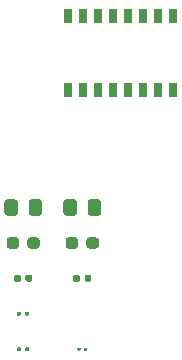
<source format=gbr>
G04 #@! TF.GenerationSoftware,KiCad,Pcbnew,5.1.9*
G04 #@! TF.CreationDate,2021-04-20T19:19:39+02:00*
G04 #@! TF.ProjectId,nibble++,6e696262-6c65-42b2-9b2e-6b696361645f,rev?*
G04 #@! TF.SameCoordinates,Original*
G04 #@! TF.FileFunction,Paste,Top*
G04 #@! TF.FilePolarity,Positive*
%FSLAX46Y46*%
G04 Gerber Fmt 4.6, Leading zero omitted, Abs format (unit mm)*
G04 Created by KiCad (PCBNEW 5.1.9) date 2021-04-20 19:19:39*
%MOMM*%
%LPD*%
G01*
G04 APERTURE LIST*
%ADD10R,0.800000X1.300000*%
G04 APERTURE END LIST*
G36*
G01*
X103600000Y-106237500D02*
X103600000Y-105762500D01*
G75*
G02*
X103837500Y-105525000I237500J0D01*
G01*
X104412500Y-105525000D01*
G75*
G02*
X104650000Y-105762500I0J-237500D01*
G01*
X104650000Y-106237500D01*
G75*
G02*
X104412500Y-106475000I-237500J0D01*
G01*
X103837500Y-106475000D01*
G75*
G02*
X103600000Y-106237500I0J237500D01*
G01*
G37*
G36*
G01*
X105350000Y-106237500D02*
X105350000Y-105762500D01*
G75*
G02*
X105587500Y-105525000I237500J0D01*
G01*
X106162500Y-105525000D01*
G75*
G02*
X106400000Y-105762500I0J-237500D01*
G01*
X106400000Y-106237500D01*
G75*
G02*
X106162500Y-106475000I-237500J0D01*
G01*
X105587500Y-106475000D01*
G75*
G02*
X105350000Y-106237500I0J237500D01*
G01*
G37*
G36*
G01*
X103400000Y-103450001D02*
X103400000Y-102549999D01*
G75*
G02*
X103649999Y-102300000I249999J0D01*
G01*
X104300001Y-102300000D01*
G75*
G02*
X104550000Y-102549999I0J-249999D01*
G01*
X104550000Y-103450001D01*
G75*
G02*
X104300001Y-103700000I-249999J0D01*
G01*
X103649999Y-103700000D01*
G75*
G02*
X103400000Y-103450001I0J249999D01*
G01*
G37*
G36*
G01*
X105450000Y-103450001D02*
X105450000Y-102549999D01*
G75*
G02*
X105699999Y-102300000I249999J0D01*
G01*
X106350001Y-102300000D01*
G75*
G02*
X106600000Y-102549999I0J-249999D01*
G01*
X106600000Y-103450001D01*
G75*
G02*
X106350001Y-103700000I-249999J0D01*
G01*
X105699999Y-103700000D01*
G75*
G02*
X105450000Y-103450001I0J249999D01*
G01*
G37*
G36*
G01*
X100190000Y-109172500D02*
X100190000Y-108827500D01*
G75*
G02*
X100337500Y-108680000I147500J0D01*
G01*
X100632500Y-108680000D01*
G75*
G02*
X100780000Y-108827500I0J-147500D01*
G01*
X100780000Y-109172500D01*
G75*
G02*
X100632500Y-109320000I-147500J0D01*
G01*
X100337500Y-109320000D01*
G75*
G02*
X100190000Y-109172500I0J147500D01*
G01*
G37*
G36*
G01*
X99220000Y-109172500D02*
X99220000Y-108827500D01*
G75*
G02*
X99367500Y-108680000I147500J0D01*
G01*
X99662500Y-108680000D01*
G75*
G02*
X99810000Y-108827500I0J-147500D01*
G01*
X99810000Y-109172500D01*
G75*
G02*
X99662500Y-109320000I-147500J0D01*
G01*
X99367500Y-109320000D01*
G75*
G02*
X99220000Y-109172500I0J147500D01*
G01*
G37*
G36*
G01*
X105190000Y-109172500D02*
X105190000Y-108827500D01*
G75*
G02*
X105337500Y-108680000I147500J0D01*
G01*
X105632500Y-108680000D01*
G75*
G02*
X105780000Y-108827500I0J-147500D01*
G01*
X105780000Y-109172500D01*
G75*
G02*
X105632500Y-109320000I-147500J0D01*
G01*
X105337500Y-109320000D01*
G75*
G02*
X105190000Y-109172500I0J147500D01*
G01*
G37*
G36*
G01*
X104220000Y-109172500D02*
X104220000Y-108827500D01*
G75*
G02*
X104367500Y-108680000I147500J0D01*
G01*
X104662500Y-108680000D01*
G75*
G02*
X104810000Y-108827500I0J-147500D01*
G01*
X104810000Y-109172500D01*
G75*
G02*
X104662500Y-109320000I-147500J0D01*
G01*
X104367500Y-109320000D01*
G75*
G02*
X104220000Y-109172500I0J147500D01*
G01*
G37*
G36*
G01*
X98400000Y-103450001D02*
X98400000Y-102549999D01*
G75*
G02*
X98649999Y-102300000I249999J0D01*
G01*
X99300001Y-102300000D01*
G75*
G02*
X99550000Y-102549999I0J-249999D01*
G01*
X99550000Y-103450001D01*
G75*
G02*
X99300001Y-103700000I-249999J0D01*
G01*
X98649999Y-103700000D01*
G75*
G02*
X98400000Y-103450001I0J249999D01*
G01*
G37*
G36*
G01*
X100450000Y-103450001D02*
X100450000Y-102549999D01*
G75*
G02*
X100699999Y-102300000I249999J0D01*
G01*
X101350001Y-102300000D01*
G75*
G02*
X101600000Y-102549999I0J-249999D01*
G01*
X101600000Y-103450001D01*
G75*
G02*
X101350001Y-103700000I-249999J0D01*
G01*
X100699999Y-103700000D01*
G75*
G02*
X100450000Y-103450001I0J249999D01*
G01*
G37*
G36*
G01*
X98600000Y-106237500D02*
X98600000Y-105762500D01*
G75*
G02*
X98837500Y-105525000I237500J0D01*
G01*
X99412500Y-105525000D01*
G75*
G02*
X99650000Y-105762500I0J-237500D01*
G01*
X99650000Y-106237500D01*
G75*
G02*
X99412500Y-106475000I-237500J0D01*
G01*
X98837500Y-106475000D01*
G75*
G02*
X98600000Y-106237500I0J237500D01*
G01*
G37*
G36*
G01*
X100350000Y-106237500D02*
X100350000Y-105762500D01*
G75*
G02*
X100587500Y-105525000I237500J0D01*
G01*
X101162500Y-105525000D01*
G75*
G02*
X101400000Y-105762500I0J-237500D01*
G01*
X101400000Y-106237500D01*
G75*
G02*
X101162500Y-106475000I-237500J0D01*
G01*
X100587500Y-106475000D01*
G75*
G02*
X100350000Y-106237500I0J237500D01*
G01*
G37*
G36*
G01*
X100150200Y-112089100D02*
X100150200Y-111888100D01*
G75*
G02*
X100229700Y-111808600I79500J0D01*
G01*
X100388700Y-111808600D01*
G75*
G02*
X100468200Y-111888100I0J-79500D01*
G01*
X100468200Y-112089100D01*
G75*
G02*
X100388700Y-112168600I-79500J0D01*
G01*
X100229700Y-112168600D01*
G75*
G02*
X100150200Y-112089100I0J79500D01*
G01*
G37*
G36*
G01*
X99460200Y-112089100D02*
X99460200Y-111888100D01*
G75*
G02*
X99539700Y-111808600I79500J0D01*
G01*
X99698700Y-111808600D01*
G75*
G02*
X99778200Y-111888100I0J-79500D01*
G01*
X99778200Y-112089100D01*
G75*
G02*
X99698700Y-112168600I-79500J0D01*
G01*
X99539700Y-112168600D01*
G75*
G02*
X99460200Y-112089100I0J79500D01*
G01*
G37*
G36*
G01*
X99496000Y-115100500D02*
X99496000Y-114899500D01*
G75*
G02*
X99575500Y-114820000I79500J0D01*
G01*
X99734500Y-114820000D01*
G75*
G02*
X99814000Y-114899500I0J-79500D01*
G01*
X99814000Y-115100500D01*
G75*
G02*
X99734500Y-115180000I-79500J0D01*
G01*
X99575500Y-115180000D01*
G75*
G02*
X99496000Y-115100500I0J79500D01*
G01*
G37*
G36*
G01*
X100186000Y-115100500D02*
X100186000Y-114899500D01*
G75*
G02*
X100265500Y-114820000I79500J0D01*
G01*
X100424500Y-114820000D01*
G75*
G02*
X100504000Y-114899500I0J-79500D01*
G01*
X100504000Y-115100500D01*
G75*
G02*
X100424500Y-115180000I-79500J0D01*
G01*
X100265500Y-115180000D01*
G75*
G02*
X100186000Y-115100500I0J79500D01*
G01*
G37*
G36*
G01*
X104590000Y-115066000D02*
X104590000Y-114931000D01*
G75*
G02*
X104657500Y-114863500I67500J0D01*
G01*
X104792500Y-114863500D01*
G75*
G02*
X104860000Y-114931000I0J-67500D01*
G01*
X104860000Y-115066000D01*
G75*
G02*
X104792500Y-115133500I-67500J0D01*
G01*
X104657500Y-115133500D01*
G75*
G02*
X104590000Y-115066000I0J67500D01*
G01*
G37*
G36*
G01*
X105140000Y-115066000D02*
X105140000Y-114931000D01*
G75*
G02*
X105207500Y-114863500I67500J0D01*
G01*
X105342500Y-114863500D01*
G75*
G02*
X105410000Y-114931000I0J-67500D01*
G01*
X105410000Y-115066000D01*
G75*
G02*
X105342500Y-115133500I-67500J0D01*
G01*
X105207500Y-115133500D01*
G75*
G02*
X105140000Y-115066000I0J67500D01*
G01*
G37*
D10*
X103754000Y-93066000D03*
X105034000Y-93066000D03*
X106294000Y-93066000D03*
X107564000Y-93066000D03*
X108844000Y-93066000D03*
X110114000Y-93066000D03*
X111374000Y-93066000D03*
X112654000Y-93066000D03*
X112654000Y-86766000D03*
X111374000Y-86766000D03*
X110114000Y-86766000D03*
X108844000Y-86766000D03*
X107564000Y-86766000D03*
X106294000Y-86766000D03*
X105034000Y-86766000D03*
X103754000Y-86766000D03*
M02*

</source>
